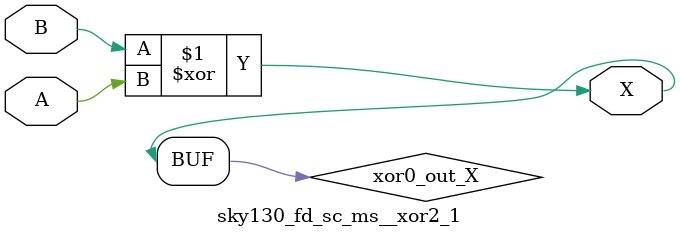
<source format=v>
/*
 * Copyright 2020 The SkyWater PDK Authors
 *
 * Licensed under the Apache License, Version 2.0 (the "License");
 * you may not use this file except in compliance with the License.
 * You may obtain a copy of the License at
 *
 *     https://www.apache.org/licenses/LICENSE-2.0
 *
 * Unless required by applicable law or agreed to in writing, software
 * distributed under the License is distributed on an "AS IS" BASIS,
 * WITHOUT WARRANTIES OR CONDITIONS OF ANY KIND, either express or implied.
 * See the License for the specific language governing permissions and
 * limitations under the License.
 *
 * SPDX-License-Identifier: Apache-2.0
*/


`ifndef SKY130_FD_SC_MS__XOR2_1_FUNCTIONAL_V
`define SKY130_FD_SC_MS__XOR2_1_FUNCTIONAL_V

/**
 * xor2: 2-input exclusive OR.
 *
 *       X = A ^ B
 *
 * Verilog simulation functional model.
 */

`timescale 1ns / 1ps
`default_nettype none

`celldefine
module sky130_fd_sc_ms__xor2_1 (
    X,
    A,
    B
);

    // Module ports
    output X;
    input  A;
    input  B;

    // Local signals
    wire xor0_out_X;

    //  Name  Output      Other arguments
    xor xor0 (xor0_out_X, B, A           );
    buf buf0 (X         , xor0_out_X     );

endmodule
`endcelldefine

`default_nettype wire
`endif  // SKY130_FD_SC_MS__XOR2_1_FUNCTIONAL_V

</source>
